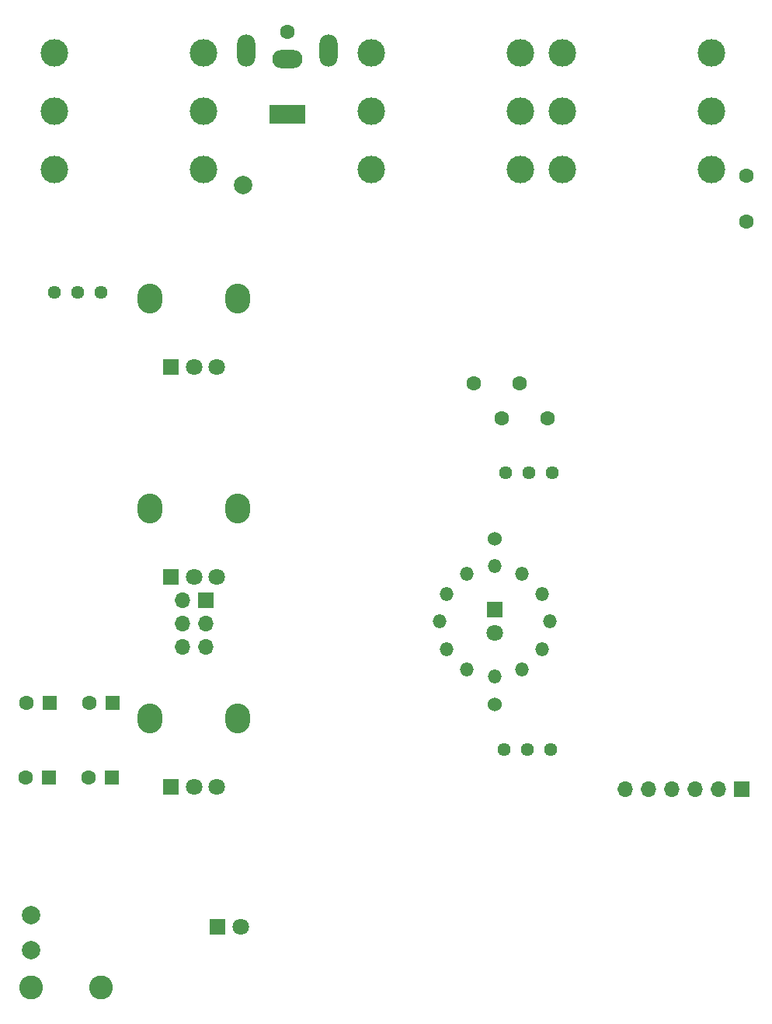
<source format=gts>
G04 #@! TF.GenerationSoftware,KiCad,Pcbnew,6.0.5+dfsg-1~bpo11+1*
G04 #@! TF.CreationDate,2023-01-30T19:55:39+00:00*
G04 #@! TF.ProjectId,phasor_II,70686173-6f72-45f4-9949-2e6b69636164,0*
G04 #@! TF.SameCoordinates,Original*
G04 #@! TF.FileFunction,Soldermask,Top*
G04 #@! TF.FilePolarity,Negative*
%FSLAX46Y46*%
G04 Gerber Fmt 4.6, Leading zero omitted, Abs format (unit mm)*
G04 Created by KiCad (PCBNEW 6.0.5+dfsg-1~bpo11+1) date 2023-01-30 19:55:39*
%MOMM*%
%LPD*%
G01*
G04 APERTURE LIST*
%ADD10O,2.720000X3.240000*%
%ADD11R,1.800000X1.800000*%
%ADD12C,1.800000*%
%ADD13C,2.600000*%
%ADD14C,1.524000*%
%ADD15O,1.500000X1.500000*%
%ADD16R,1.700000X1.700000*%
%ADD17O,1.700000X1.700000*%
%ADD18C,1.600000*%
%ADD19C,1.440000*%
%ADD20C,2.000000*%
%ADD21C,3.000000*%
%ADD22R,1.600000X1.600000*%
%ADD23R,4.000000X2.000000*%
%ADD24O,3.300000X2.000000*%
%ADD25O,2.000000X3.500000*%
G04 APERTURE END LIST*
D10*
X134340000Y-122040000D03*
X124740000Y-122040000D03*
D11*
X127040000Y-129540000D03*
D12*
X129540000Y-129540000D03*
X132040000Y-129540000D03*
D10*
X124740000Y-99180000D03*
X134340000Y-99180000D03*
D11*
X127040000Y-106680000D03*
D12*
X129540000Y-106680000D03*
X132040000Y-106680000D03*
D11*
X132075000Y-144780000D03*
D12*
X134615000Y-144780000D03*
D10*
X134340000Y-76320000D03*
X124740000Y-76320000D03*
D11*
X127040000Y-83820000D03*
D12*
X129540000Y-83820000D03*
X132040000Y-83820000D03*
D13*
X119380000Y-151384000D03*
X111760000Y-151384000D03*
D14*
X162306000Y-102506000D03*
X162306000Y-120506000D03*
D12*
X162306000Y-112776000D03*
D11*
X162306000Y-110236000D03*
D15*
X156306000Y-111506000D03*
X157109848Y-114505999D03*
X159306000Y-116702152D03*
X162306000Y-117506000D03*
X165305999Y-116702152D03*
X167502152Y-114505999D03*
X168306000Y-111506000D03*
X167502152Y-108506000D03*
X165306000Y-106309848D03*
X162306000Y-105506000D03*
X159306000Y-106309848D03*
X157109848Y-108506000D03*
D16*
X189230000Y-129794000D03*
D17*
X186690000Y-129794000D03*
X184150000Y-129794000D03*
X181610000Y-129794000D03*
X179070000Y-129794000D03*
X176530000Y-129794000D03*
D18*
X168108000Y-89408000D03*
X163108000Y-89408000D03*
D19*
X163513000Y-95313000D03*
X166053000Y-95313000D03*
X168593000Y-95313000D03*
D20*
X134874000Y-64008000D03*
D19*
X163312000Y-125476000D03*
X165852000Y-125476000D03*
X168392000Y-125476000D03*
D18*
X189738000Y-62992000D03*
X189738000Y-67992000D03*
D21*
X185915000Y-55965000D03*
X169685000Y-55965000D03*
X185915000Y-49615000D03*
X169685000Y-49615000D03*
X185915000Y-62315000D03*
X169685000Y-62315000D03*
D22*
X120562380Y-128524000D03*
D18*
X118062380Y-128524000D03*
D20*
X111760000Y-147320000D03*
D18*
X139700000Y-47300000D03*
D23*
X139700000Y-56300000D03*
D24*
X139700000Y-50300000D03*
D25*
X135200000Y-49300000D03*
X144200000Y-49300000D03*
D22*
X113792000Y-120396000D03*
D18*
X111292000Y-120396000D03*
D16*
X130815000Y-109235000D03*
D17*
X128275000Y-109235000D03*
X130815000Y-111775000D03*
X128275000Y-111775000D03*
X130815000Y-114315000D03*
X128275000Y-114315000D03*
D21*
X165100000Y-55965000D03*
X148870000Y-55965000D03*
X165100000Y-49615000D03*
X148870000Y-49615000D03*
X165100000Y-62315000D03*
X148870000Y-62315000D03*
D18*
X160060000Y-85598000D03*
X165060000Y-85598000D03*
D21*
X130556000Y-55965000D03*
X114326000Y-55965000D03*
X130556000Y-49615000D03*
X114326000Y-49615000D03*
X130556000Y-62315000D03*
X114326000Y-62315000D03*
D22*
X120650000Y-120396000D03*
D18*
X118150000Y-120396000D03*
D20*
X111760000Y-143510000D03*
D19*
X114290000Y-75692000D03*
X116830000Y-75692000D03*
X119370000Y-75692000D03*
D22*
X113704380Y-128524000D03*
D18*
X111204380Y-128524000D03*
M02*

</source>
